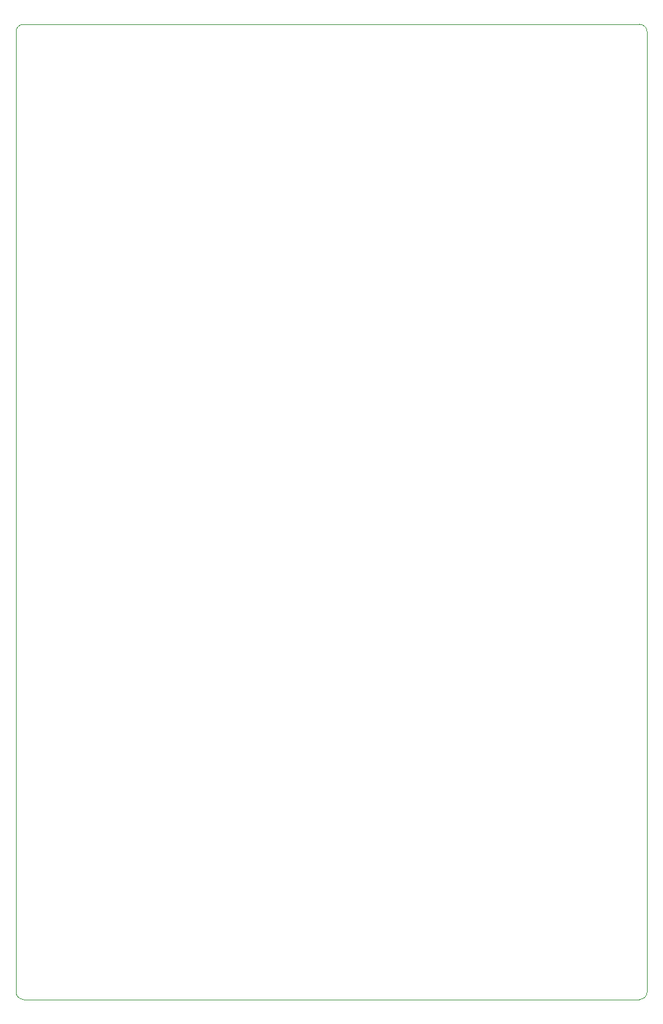
<source format=gbr>
%TF.GenerationSoftware,KiCad,Pcbnew,9.0.6*%
%TF.CreationDate,2025-11-19T01:17:59-05:00*%
%TF.ProjectId,pcb,7063622e-6b69-4636-9164-5f7063625858,rev?*%
%TF.SameCoordinates,Original*%
%TF.FileFunction,Profile,NP*%
%FSLAX46Y46*%
G04 Gerber Fmt 4.6, Leading zero omitted, Abs format (unit mm)*
G04 Created by KiCad (PCBNEW 9.0.6) date 2025-11-19 01:17:59*
%MOMM*%
%LPD*%
G01*
G04 APERTURE LIST*
%TA.AperFunction,Profile*%
%ADD10C,0.050000*%
%TD*%
G04 APERTURE END LIST*
D10*
X146000000Y-41500000D02*
X146000000Y-168500000D01*
X62500000Y-41500000D02*
G75*
G02*
X63500000Y-40500000I1000000J0D01*
G01*
X63500000Y-40500000D02*
X145000000Y-40500000D01*
X145000000Y-40500000D02*
G75*
G02*
X146000000Y-41500000I0J-1000000D01*
G01*
X62500000Y-168500000D02*
X62500000Y-41500000D01*
X146000000Y-168500000D02*
G75*
G02*
X145000000Y-169500000I-1000000J0D01*
G01*
X63500000Y-169500000D02*
G75*
G02*
X62500000Y-168500000I0J1000000D01*
G01*
X145000000Y-169500000D02*
X63500000Y-169500000D01*
M02*

</source>
